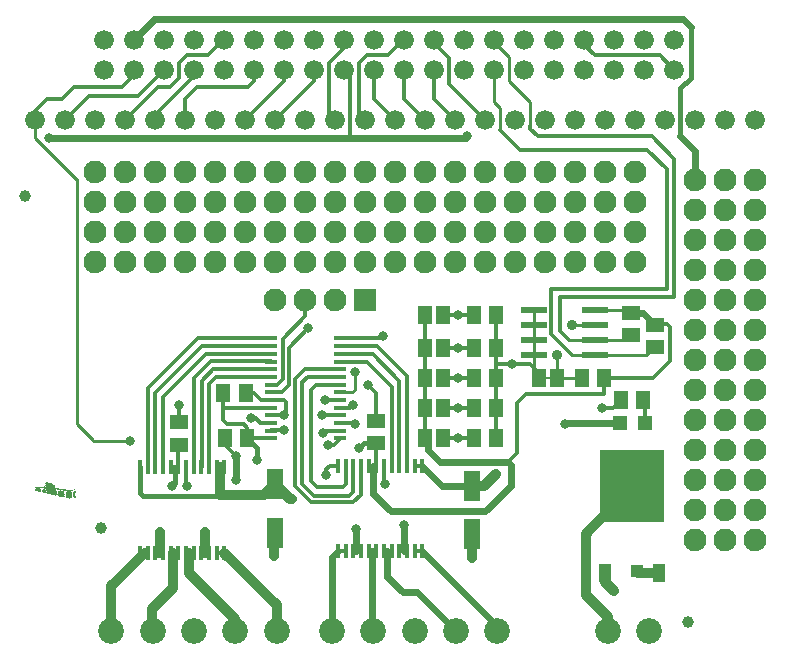
<source format=gbr>
G04 EAGLE Gerber RS-274X export*
G75*
%MOMM*%
%FSLAX34Y34*%
%LPD*%
%INTop Copper*%
%IPPOS*%
%AMOC8*
5,1,8,0,0,1.08239X$1,22.5*%
G01*
%ADD10C,1.676400*%
%ADD11R,2.200000X0.600000*%
%ADD12R,1.500000X1.300000*%
%ADD13R,1.300000X1.500000*%
%ADD14R,1.168400X1.600200*%
%ADD15R,0.635000X0.203200*%
%ADD16R,0.025400X0.025400*%
%ADD17R,0.228600X0.025400*%
%ADD18R,0.355600X0.025400*%
%ADD19R,0.050800X0.025400*%
%ADD20R,0.406400X0.025400*%
%ADD21R,0.127000X0.025400*%
%ADD22R,0.457200X0.025400*%
%ADD23R,0.152400X0.025400*%
%ADD24R,0.482600X0.025400*%
%ADD25R,0.279400X0.025400*%
%ADD26R,0.508000X0.025400*%
%ADD27R,0.177800X0.025400*%
%ADD28R,0.431800X0.025400*%
%ADD29R,0.533400X0.025400*%
%ADD30R,0.203200X0.025400*%
%ADD31R,0.584200X0.025400*%
%ADD32R,0.558800X0.025400*%
%ADD33R,0.304800X0.025400*%
%ADD34R,0.609600X0.025400*%
%ADD35R,0.381000X0.025400*%
%ADD36R,0.330200X0.025400*%
%ADD37R,0.101600X0.025400*%
%ADD38R,0.254000X0.025400*%
%ADD39R,0.076200X0.025400*%
%ADD40R,0.400000X1.250000*%
%ADD41C,2.184400*%
%ADD42R,1.400000X2.600000*%
%ADD43R,1.200000X1.200000*%
%ADD44R,5.400000X6.200000*%
%ADD45R,1.000000X1.600000*%
%ADD46R,0.990600X0.304800*%
%ADD47R,1.930400X1.930400*%
%ADD48C,1.930400*%
%ADD49C,1.000000*%
%ADD50C,0.609600*%
%ADD51C,0.406400*%
%ADD52C,0.304800*%
%ADD53C,0.254000*%
%ADD54C,0.800100*%
%ADD55C,0.812800*%
%ADD56C,0.906400*%
%ADD57R,1.006400X1.006400*%


D10*
X83700Y499600D03*
X83700Y525000D03*
X109100Y499600D03*
X109100Y525000D03*
X134500Y499600D03*
X134500Y525000D03*
X159900Y499600D03*
X159900Y525000D03*
X185300Y499600D03*
X185300Y525000D03*
X210700Y499600D03*
X210700Y525000D03*
X236100Y499600D03*
X236100Y525000D03*
X261500Y499600D03*
X261500Y525000D03*
X286900Y499600D03*
X286900Y525000D03*
X312300Y499600D03*
X312300Y525000D03*
X337700Y499600D03*
X337700Y525000D03*
X363100Y499600D03*
X363100Y525000D03*
X388500Y499600D03*
X388500Y525000D03*
X413900Y499600D03*
X413900Y525000D03*
X439300Y499600D03*
X439300Y525000D03*
X464700Y499600D03*
X464700Y525000D03*
X490100Y499600D03*
X490100Y525000D03*
X515500Y499600D03*
X515500Y525000D03*
X540900Y499600D03*
X540900Y525000D03*
X566300Y499600D03*
X566300Y525000D03*
X25400Y457200D03*
X50800Y457200D03*
X76200Y457200D03*
X101600Y457200D03*
X127000Y457200D03*
X152400Y457200D03*
X177800Y457200D03*
X203200Y457200D03*
X228600Y457200D03*
X254000Y457200D03*
X279400Y457200D03*
X304800Y457200D03*
X330200Y457200D03*
X355600Y457200D03*
X381000Y457200D03*
X406400Y457200D03*
X431800Y457200D03*
X457200Y457200D03*
X482600Y457200D03*
X508000Y457200D03*
X533400Y457200D03*
X558800Y457200D03*
X584200Y457200D03*
X609600Y457200D03*
X635000Y457200D03*
D11*
X447710Y283210D03*
X499710Y283210D03*
X447710Y295910D03*
X447710Y270510D03*
X447710Y257810D03*
X499710Y295910D03*
X499710Y270510D03*
X499710Y257810D03*
D12*
X549910Y264820D03*
X549910Y283820D03*
X529590Y274980D03*
X529590Y293980D03*
D13*
X488340Y238760D03*
X507340Y238760D03*
D14*
X452120Y238760D03*
X467360Y238760D03*
D15*
X459740Y238760D03*
D16*
X55118Y136398D03*
D17*
X54610Y136652D03*
D18*
X53975Y136906D03*
D19*
X59055Y136906D03*
D20*
X53975Y137160D03*
D21*
X58928Y137160D03*
D22*
X53975Y137414D03*
D23*
X58801Y137414D03*
X48895Y137668D03*
D24*
X54102Y137668D03*
D23*
X58801Y137668D03*
D25*
X48514Y137922D03*
D26*
X53975Y137922D03*
D27*
X58674Y137922D03*
D28*
X48006Y138176D03*
D29*
X54102Y138176D03*
D27*
X58674Y138176D03*
D29*
X47498Y138430D03*
X54102Y138430D03*
D30*
X58547Y138430D03*
D31*
X47498Y138684D03*
D29*
X54102Y138684D03*
D30*
X58547Y138684D03*
D19*
X42799Y138938D03*
D31*
X47498Y138938D03*
D32*
X53975Y138938D03*
D30*
X58547Y138938D03*
D27*
X42418Y139192D03*
D31*
X47498Y139192D03*
D32*
X53975Y139192D03*
D30*
X58547Y139192D03*
D33*
X42037Y139446D03*
D31*
X47498Y139446D03*
D32*
X53975Y139446D03*
D30*
X58547Y139446D03*
D28*
X41402Y139700D03*
D34*
X47371Y139700D03*
D29*
X54102Y139700D03*
D30*
X58547Y139700D03*
D32*
X41021Y139954D03*
D31*
X47498Y139954D03*
D29*
X54102Y139954D03*
D30*
X58547Y139954D03*
D31*
X40894Y140208D03*
X47498Y140208D03*
D26*
X53975Y140208D03*
D30*
X58547Y140208D03*
D19*
X36449Y140462D03*
D34*
X40767Y140462D03*
D31*
X47498Y140462D03*
D24*
X54102Y140462D03*
D30*
X58547Y140462D03*
D27*
X36068Y140716D03*
D24*
X41402Y140716D03*
D31*
X47498Y140716D03*
D22*
X53975Y140716D03*
D30*
X58547Y140716D03*
D17*
X35306Y140970D03*
D20*
X41783Y140970D03*
D29*
X47498Y140970D03*
D28*
X54102Y140970D03*
D27*
X58674Y140970D03*
X38100Y141224D03*
D25*
X34544Y141224D03*
D18*
X42037Y141224D03*
D29*
X47498Y141224D03*
D35*
X54102Y141224D03*
D27*
X58674Y141224D03*
D33*
X38227Y141478D03*
D36*
X33782Y141478D03*
X42164Y141478D03*
D24*
X47498Y141478D03*
D36*
X54102Y141478D03*
D23*
X58801Y141478D03*
D20*
X37973Y141732D03*
D35*
X33274Y141732D03*
D36*
X42164Y141732D03*
D28*
X47498Y141732D03*
D25*
X54102Y141732D03*
D23*
X58801Y141732D03*
D20*
X38227Y141986D03*
D19*
X30353Y141986D03*
D35*
X33274Y141986D03*
D23*
X42799Y141986D03*
D35*
X47498Y141986D03*
D27*
X54102Y141986D03*
D21*
X58928Y141986D03*
D20*
X37973Y142240D03*
D23*
X29845Y142240D03*
D18*
X33147Y142240D03*
D21*
X42926Y142240D03*
D36*
X47498Y142240D03*
D19*
X59055Y142240D03*
D22*
X37719Y142494D03*
D37*
X41275Y142494D03*
D38*
X29337Y142494D03*
D36*
X33020Y142494D03*
D39*
X42926Y142494D03*
D17*
X47498Y142494D03*
D24*
X37592Y142748D03*
D23*
X41275Y142748D03*
D18*
X28575Y142748D03*
D33*
X32893Y142748D03*
D16*
X42926Y142748D03*
D39*
X47498Y142748D03*
D22*
X37465Y143002D03*
D27*
X41402Y143002D03*
D28*
X53848Y143002D03*
D19*
X57785Y143002D03*
D22*
X28067Y143002D03*
D25*
X33020Y143002D03*
D22*
X37465Y143256D03*
D17*
X41402Y143256D03*
D31*
X51562Y143256D03*
D22*
X28067Y143256D03*
D38*
X33147Y143256D03*
D22*
X37211Y143510D03*
D17*
X41402Y143510D03*
D26*
X49149Y143510D03*
D16*
X58928Y143510D03*
D28*
X27940Y143510D03*
D17*
X33020Y143510D03*
D24*
X37084Y143764D03*
D38*
X41275Y143764D03*
D24*
X46990Y143764D03*
D20*
X28067Y143764D03*
D30*
X33147Y143764D03*
D24*
X36830Y144018D03*
D33*
X41275Y144018D03*
D20*
X45339Y144018D03*
D18*
X28067Y144018D03*
D23*
X33147Y144018D03*
D28*
X37084Y144272D03*
D33*
X41275Y144272D03*
D17*
X44450Y144272D03*
D33*
X28067Y144272D03*
D37*
X33401Y144272D03*
D28*
X36830Y144526D03*
D36*
X41148Y144526D03*
D19*
X43561Y144526D03*
D38*
X28067Y144526D03*
D19*
X33655Y144526D03*
D22*
X36703Y144780D03*
D18*
X41021Y144780D03*
D23*
X28067Y144780D03*
D22*
X36449Y145034D03*
D18*
X41021Y145034D03*
D16*
X26416Y145288D03*
X26924Y145288D03*
D30*
X32385Y145288D03*
D28*
X36322Y145288D03*
D35*
X40894Y145288D03*
D34*
X30353Y145542D03*
D35*
X36322Y145542D03*
X40640Y145542D03*
X36322Y145796D03*
D20*
X40513Y145796D03*
D35*
X36068Y146050D03*
D20*
X40513Y146050D03*
D18*
X35941Y146304D03*
D35*
X40132Y146304D03*
D16*
X42418Y146304D03*
X34036Y146558D03*
D36*
X36068Y146558D03*
D35*
X39878Y146558D03*
D33*
X35941Y146812D03*
D20*
X39751Y146812D03*
D33*
X35687Y147066D03*
D28*
X39624Y147066D03*
D25*
X35560Y147320D03*
D35*
X39116Y147320D03*
D16*
X41656Y147320D03*
D30*
X35687Y147574D03*
D20*
X38989Y147574D03*
D32*
X37465Y147828D03*
D16*
X40894Y147828D03*
D31*
X37338Y148082D03*
D26*
X36957Y148336D03*
D16*
X39878Y148336D03*
X34544Y148590D03*
D28*
X37084Y148590D03*
D16*
X39624Y148590D03*
D36*
X36576Y148844D03*
D19*
X38735Y148844D03*
D17*
X36068Y149098D03*
D19*
X37719Y149098D03*
D37*
X35433Y149352D03*
D39*
X36576Y149352D03*
D16*
X35306Y149606D03*
D19*
X36195Y149606D03*
D40*
X114110Y90750D03*
X120610Y90750D03*
X127110Y90750D03*
X133610Y90750D03*
X140110Y90750D03*
X146610Y90750D03*
X153110Y90750D03*
X159610Y90750D03*
X166110Y90750D03*
X172610Y90750D03*
X179110Y90750D03*
X185610Y90750D03*
X172610Y163250D03*
X166110Y163250D03*
X159610Y163250D03*
X153110Y163250D03*
X146610Y163250D03*
X140110Y163250D03*
X133610Y163250D03*
X127110Y163250D03*
X120610Y163250D03*
X114110Y163250D03*
X179110Y163250D03*
X185610Y163250D03*
X281750Y92020D03*
X288250Y92020D03*
X294750Y92020D03*
X301250Y92020D03*
X307750Y92020D03*
X314250Y92020D03*
X320750Y92020D03*
X327250Y92020D03*
X333750Y92020D03*
X340250Y92020D03*
X346750Y92020D03*
X353250Y92020D03*
X340250Y164520D03*
X333750Y164520D03*
X327250Y164520D03*
X320750Y164520D03*
X314250Y164520D03*
X307750Y164520D03*
X301250Y164520D03*
X294750Y164520D03*
X288250Y164520D03*
X281750Y164520D03*
X346750Y164520D03*
X353250Y164520D03*
D41*
X160020Y24130D03*
X125020Y24130D03*
X195020Y24130D03*
X230020Y24130D03*
X90020Y24130D03*
D13*
X415900Y187960D03*
X396900Y187960D03*
X415900Y213360D03*
X396900Y213360D03*
X415900Y238760D03*
X396900Y238760D03*
D41*
X545050Y24130D03*
X510050Y24130D03*
D14*
X355600Y187960D03*
X370840Y187960D03*
X355600Y213360D03*
X370840Y213360D03*
X355600Y238760D03*
X370840Y238760D03*
D13*
X205080Y187960D03*
X186080Y187960D03*
X184810Y226060D03*
X203810Y226060D03*
D42*
X394970Y106500D03*
X394970Y147500D03*
X228600Y107770D03*
X228600Y148770D03*
D43*
X541360Y200660D03*
X520360Y200660D03*
D13*
X521360Y219710D03*
X540360Y219710D03*
D44*
X530860Y146920D03*
D45*
X508060Y73920D03*
X553660Y73920D03*
D46*
X283178Y187620D03*
X283178Y194120D03*
X283178Y200620D03*
X283178Y207120D03*
X283178Y213620D03*
X283178Y220120D03*
X283178Y226620D03*
X283178Y233120D03*
X224822Y233120D03*
X224822Y226620D03*
X224822Y220120D03*
X224822Y213620D03*
X224822Y207120D03*
X224822Y200620D03*
X224822Y194120D03*
X224822Y187620D03*
X283178Y239620D03*
X283178Y246120D03*
X224822Y239620D03*
X224822Y246120D03*
X283178Y252620D03*
X283178Y259120D03*
X283178Y265620D03*
X283178Y272120D03*
X224822Y272120D03*
X224822Y265620D03*
X224822Y259120D03*
X224822Y252620D03*
D14*
X370840Y264160D03*
X355600Y264160D03*
X370840Y292100D03*
X355600Y292100D03*
D13*
X415900Y264160D03*
X396900Y264160D03*
X415900Y292100D03*
X396900Y292100D03*
D47*
X304800Y304800D03*
D48*
X279400Y304800D03*
X254000Y304800D03*
X228600Y304800D03*
D12*
X313690Y183540D03*
X313690Y202540D03*
X147320Y182270D03*
X147320Y201270D03*
D41*
X346710Y24130D03*
X311710Y24130D03*
X381710Y24130D03*
X416710Y24130D03*
X276710Y24130D03*
D49*
X16510Y392430D03*
X577850Y31750D03*
X81280Y111760D03*
D48*
X584200Y406400D03*
X584200Y381000D03*
X584200Y355600D03*
X584200Y330200D03*
X584200Y279400D03*
X584200Y304800D03*
X584200Y254000D03*
X584200Y228600D03*
X584200Y203200D03*
X584200Y177800D03*
X584200Y152400D03*
X584200Y127000D03*
X584200Y101600D03*
D50*
X126390Y542290D02*
X109100Y525000D01*
X126390Y542290D02*
X574040Y542290D01*
X580390Y535940D01*
D51*
X580390Y492760D01*
X571500Y483870D01*
X571500Y443230D01*
D50*
X584200Y430530D01*
X584200Y406400D01*
D52*
X25400Y457200D02*
X25400Y464820D01*
X35560Y474980D01*
X48260Y474980D01*
X58420Y485140D01*
X99060Y485140D01*
X109100Y495180D01*
X109100Y499600D01*
D53*
X25400Y441960D02*
X60216Y407144D01*
X25400Y441960D02*
X25400Y457200D01*
D52*
X225012Y194310D02*
X224822Y194120D01*
X225012Y194310D02*
X236220Y194310D01*
D54*
X236220Y194310D03*
D53*
X60960Y405348D02*
X60958Y405448D01*
X60952Y405547D01*
X60942Y405647D01*
X60929Y405745D01*
X60911Y405844D01*
X60890Y405941D01*
X60865Y406037D01*
X60836Y406133D01*
X60803Y406227D01*
X60767Y406320D01*
X60727Y406411D01*
X60683Y406501D01*
X60636Y406589D01*
X60586Y406675D01*
X60532Y406759D01*
X60475Y406841D01*
X60415Y406920D01*
X60351Y406998D01*
X60285Y407072D01*
X60216Y407144D01*
X60960Y405348D02*
X60960Y199390D01*
X74186Y186164D01*
X74258Y186095D01*
X74332Y186029D01*
X74410Y185965D01*
X74489Y185905D01*
X74571Y185848D01*
X74655Y185794D01*
X74741Y185744D01*
X74829Y185697D01*
X74919Y185653D01*
X75010Y185613D01*
X75103Y185577D01*
X75197Y185544D01*
X75293Y185515D01*
X75389Y185490D01*
X75486Y185469D01*
X75585Y185451D01*
X75683Y185438D01*
X75783Y185428D01*
X75882Y185422D01*
X75982Y185420D01*
X105410Y185420D01*
D54*
X105410Y185420D03*
D52*
X50800Y457200D02*
X71120Y477520D01*
X112420Y477520D01*
X134500Y499600D01*
X215940Y200620D02*
X224822Y200620D01*
X215940Y200620D02*
X212090Y204470D01*
X208280Y204470D01*
D54*
X208280Y204470D03*
D52*
X159900Y495180D02*
X159900Y499600D01*
D53*
X159900Y495180D02*
X127000Y462280D01*
X127000Y457200D01*
D52*
X152400Y457200D02*
X152400Y474980D01*
X162560Y485140D01*
X205740Y485140D01*
X210700Y490100D01*
X210700Y499600D01*
X236100Y490100D02*
X203200Y457200D01*
X236100Y490100D02*
X236100Y499600D01*
X261500Y490100D02*
X228600Y457200D01*
X261500Y490100D02*
X261500Y499600D01*
X312300Y475100D02*
X330200Y457200D01*
X312300Y475100D02*
X312300Y499600D01*
X337700Y475100D02*
X355600Y457200D01*
X337700Y475100D02*
X337700Y499600D01*
X363100Y475100D02*
X381000Y457200D01*
X363100Y475100D02*
X363100Y499600D01*
X292100Y494400D02*
X286900Y499600D01*
X292100Y494400D02*
X292100Y443230D01*
D54*
X36830Y441960D03*
D50*
X292100Y441960D02*
X389890Y441960D01*
X292100Y441960D02*
X36830Y441960D01*
D53*
X499710Y295910D02*
X527660Y295910D01*
X529590Y293980D01*
D48*
X609600Y101600D03*
X609600Y127000D03*
X609600Y152400D03*
X609600Y177800D03*
X609600Y203200D03*
X609600Y228600D03*
X609600Y254000D03*
X609600Y279400D03*
X609600Y304800D03*
X609600Y330200D03*
X609600Y355600D03*
X609600Y381000D03*
X609600Y406400D03*
D50*
X533095Y297485D02*
X529590Y293980D01*
X539750Y293980D02*
X549910Y283820D01*
X539750Y293980D02*
X536600Y293980D01*
X533095Y297485D01*
D52*
X355600Y292100D02*
X355600Y264160D01*
X355600Y238760D01*
X355600Y213360D02*
X355600Y187960D01*
X355600Y213360D02*
X355600Y238760D01*
X314250Y164520D02*
X311272Y164520D01*
X307750Y164520D01*
X314250Y164520D02*
X314250Y182980D01*
X313690Y183540D01*
X146610Y163250D02*
X143579Y163250D01*
X140110Y163250D01*
X146610Y181560D02*
X147320Y182270D01*
X146610Y181560D02*
X146610Y163250D01*
X185160Y213620D02*
X224822Y213620D01*
X185160Y213620D02*
X184150Y214630D01*
X184150Y225400D01*
X184810Y226060D01*
D50*
X311272Y164520D02*
X311272Y140848D01*
X326390Y125730D01*
X406400Y125730D01*
X427990Y147320D01*
X427990Y165100D01*
X425450Y167640D01*
X368300Y167640D01*
X353060Y185420D02*
X355600Y187960D01*
D52*
X205420Y187620D02*
X205080Y187960D01*
X205420Y187620D02*
X224822Y187620D01*
X184150Y203200D02*
X184150Y214630D01*
X184150Y203200D02*
X187960Y199390D01*
X201930Y199390D01*
X205080Y196240D01*
X205080Y187960D01*
D51*
X143579Y163250D02*
X143579Y149929D01*
X140970Y147320D01*
D54*
X140970Y147320D03*
X213360Y168910D03*
D51*
X213360Y179680D01*
X205080Y187960D01*
D54*
X299720Y179070D03*
D51*
X304190Y183540D01*
X313690Y183540D01*
D52*
X549910Y283820D02*
X550570Y284480D01*
X560070Y284480D01*
X562610Y281940D01*
X562610Y252730D01*
X548640Y238760D01*
X507340Y238760D01*
X433070Y175260D02*
X425450Y167640D01*
X433070Y175260D02*
X433070Y217170D01*
X440690Y224790D01*
X506730Y224790D01*
X507340Y225400D01*
X507340Y238760D01*
D54*
X391160Y443230D03*
D50*
X389890Y441960D01*
D53*
X292100Y441960D02*
X292100Y443230D01*
D50*
X358140Y177800D02*
X368300Y167640D01*
X358140Y177800D02*
X358140Y185420D01*
X355600Y187960D01*
D52*
X490100Y520820D02*
X490100Y525000D01*
X490100Y520820D02*
X499110Y511810D01*
X554090Y511810D01*
X566300Y499600D01*
D53*
X447710Y257810D02*
X447710Y246980D01*
X447710Y257810D02*
X447710Y270510D01*
X447710Y283210D01*
X447710Y295910D01*
D48*
X635000Y101600D03*
X635000Y127000D03*
X635000Y152400D03*
X635000Y177800D03*
X635000Y203200D03*
X635000Y228600D03*
X635000Y254000D03*
X635000Y279400D03*
X635000Y304800D03*
X635000Y330200D03*
X635000Y355600D03*
X635000Y381000D03*
X635000Y406400D03*
D52*
X301250Y92020D02*
X297097Y92020D01*
X294750Y92020D01*
X333750Y92020D02*
X337588Y92020D01*
X340250Y92020D01*
D55*
X508060Y73920D02*
X508060Y65980D01*
X515620Y58420D01*
D54*
X515620Y58420D03*
D50*
X297097Y92020D02*
X297097Y92793D01*
D54*
X297180Y110490D03*
X337820Y114300D03*
D52*
X415900Y187960D02*
X415900Y213360D01*
X415900Y238760D01*
X415900Y250190D01*
X415900Y264160D01*
X415900Y292100D01*
D54*
X429260Y250190D03*
X321310Y148590D03*
D52*
X317840Y272120D02*
X283178Y272120D01*
X317840Y272120D02*
X320040Y274320D01*
D54*
X320040Y274320D03*
D52*
X313690Y226060D02*
X313690Y202540D01*
X313690Y226060D02*
X307340Y232410D01*
D54*
X307340Y232410D03*
X505460Y213360D03*
D52*
X169543Y90750D02*
X166110Y90750D01*
X169543Y90750D02*
X172610Y90750D01*
X130601Y90750D02*
X127110Y90750D01*
X130601Y90750D02*
X133610Y90750D01*
D55*
X130810Y90959D02*
X130601Y90750D01*
X130810Y90959D02*
X130810Y107950D01*
D54*
X130810Y107950D03*
D55*
X168910Y91383D02*
X169543Y90750D01*
X168910Y91383D02*
X168910Y107950D01*
D54*
X168910Y107950D03*
D55*
X227330Y106500D02*
X228600Y107770D01*
X227330Y106500D02*
X227330Y87630D01*
D54*
X227330Y87630D03*
D55*
X394970Y86360D02*
X394970Y106500D01*
D54*
X394970Y86360D03*
D52*
X147320Y201270D02*
X147320Y215900D01*
D54*
X147320Y215900D03*
D52*
X153110Y163250D02*
X153110Y147320D01*
X153670Y147320D01*
D54*
X153670Y147320D03*
D52*
X224822Y220120D02*
X235810Y220120D01*
X237490Y218440D01*
X236330Y207120D02*
X224822Y207120D01*
X236330Y207120D02*
X237490Y208280D01*
X237490Y218440D01*
X210820Y226060D02*
X203810Y226060D01*
X210820Y226060D02*
X216760Y220120D01*
X224822Y220120D01*
D54*
X195580Y172720D03*
X236330Y207120D03*
D52*
X444500Y250190D02*
X447710Y246980D01*
X444500Y250190D02*
X429260Y250190D01*
D54*
X195580Y152400D03*
D50*
X195580Y172720D01*
D52*
X186080Y182220D02*
X186080Y187960D01*
X186080Y182220D02*
X195580Y172720D01*
X515010Y213360D02*
X521360Y219710D01*
X515010Y213360D02*
X505460Y213360D01*
X429260Y250190D02*
X415900Y250190D01*
X447710Y246980D02*
X452120Y242570D01*
X452120Y238760D01*
D50*
X297180Y92875D02*
X297097Y92793D01*
X297180Y92875D02*
X297180Y110490D01*
X337588Y92020D02*
X337820Y92252D01*
X337820Y114300D01*
D52*
X320750Y149150D02*
X320750Y164520D01*
X320750Y149150D02*
X321310Y148590D01*
X101600Y457200D02*
X129540Y485140D01*
X139700Y485140D01*
X147320Y492760D01*
X147320Y505460D01*
X153670Y511810D01*
X171450Y511810D01*
X184640Y525000D01*
X185300Y525000D01*
X274320Y462280D02*
X279400Y457200D01*
X274320Y462280D02*
X274320Y505460D01*
X286900Y518040D01*
X286900Y525000D01*
X299720Y462280D02*
X304800Y457200D01*
X299720Y462280D02*
X299720Y505460D01*
X306070Y511810D01*
X323850Y511810D01*
X337040Y525000D01*
X337700Y525000D01*
X375920Y487680D02*
X406400Y457200D01*
X375920Y487680D02*
X375920Y509270D01*
X363100Y522090D01*
X363100Y525000D01*
D53*
X499710Y270510D02*
X525120Y270510D01*
X529590Y274980D01*
X499710Y270510D02*
X477520Y270510D01*
X469900Y278130D01*
X444500Y452120D02*
X444500Y472440D01*
X426720Y490220D01*
X426720Y510540D01*
X413900Y523360D01*
X413900Y525000D01*
D52*
X469900Y307340D02*
X469900Y278130D01*
X469900Y307340D02*
X566420Y307340D01*
X566420Y424180D01*
X547370Y443230D01*
X450850Y443230D01*
X444500Y449580D01*
X444500Y452120D01*
D53*
X499710Y257810D02*
X542900Y257810D01*
X549910Y264820D01*
X499710Y257810D02*
X480060Y257810D01*
X462280Y275590D01*
X419100Y448310D02*
X419100Y467360D01*
X413900Y472560D01*
X413900Y499600D01*
D52*
X462280Y313690D02*
X462280Y275590D01*
X462280Y313690D02*
X560070Y313690D01*
X560070Y415290D01*
X543560Y431800D01*
X435610Y431800D01*
X419100Y448310D01*
D53*
X467360Y238760D02*
X488340Y238760D01*
X480060Y283210D02*
X499710Y283210D01*
D56*
X480060Y283210D03*
X467360Y257810D03*
D53*
X467360Y238760D01*
D55*
X535680Y73920D02*
X553660Y73920D01*
D50*
X535680Y73920D02*
X534670Y74930D01*
D57*
X534670Y74930D03*
D54*
X415290Y157480D03*
D55*
X405310Y147500D01*
X394970Y147500D01*
D54*
X473710Y199390D03*
D50*
X474980Y200660D01*
X520360Y200660D01*
D52*
X353250Y164520D02*
X346750Y164520D01*
X281750Y164520D02*
X274900Y164520D01*
X271780Y161400D01*
X271780Y156210D01*
D54*
X271780Y156210D03*
D50*
X228600Y148770D02*
X228600Y147320D01*
D54*
X242570Y135890D03*
D52*
X185610Y163250D02*
X182283Y163250D01*
X179110Y163250D01*
D51*
X114110Y163250D02*
X114110Y141160D01*
X116840Y138430D01*
X179070Y138430D01*
D50*
X370270Y147500D02*
X394970Y147500D01*
X370270Y147500D02*
X353250Y164520D01*
D55*
X228600Y148770D02*
X219530Y139700D01*
X182283Y139700D01*
X182283Y163250D01*
X241480Y135890D02*
X242570Y135890D01*
X241480Y135890D02*
X228600Y148770D01*
D52*
X181013Y138430D02*
X179070Y138430D01*
X181013Y138430D02*
X182283Y139700D01*
X120610Y90750D02*
X118111Y90750D01*
X114110Y90750D01*
D55*
X118111Y90750D02*
X90020Y62659D01*
X90020Y24130D01*
D52*
X140110Y90750D02*
X142357Y90750D01*
X146610Y90750D01*
D55*
X142357Y90750D02*
X142357Y61077D01*
X124460Y43180D01*
X124460Y24690D01*
X125020Y24130D01*
D52*
X155399Y90750D02*
X159610Y90750D01*
X155399Y90750D02*
X153110Y90750D01*
D55*
X155399Y90750D02*
X155399Y73201D01*
X194310Y34290D01*
X194310Y24840D01*
X195020Y24130D01*
D52*
X185610Y90750D02*
X179110Y90750D01*
D55*
X185610Y90750D02*
X230020Y46340D01*
X230020Y24130D01*
D52*
X281750Y92020D02*
X288250Y92020D01*
D50*
X281750Y92020D02*
X276710Y86980D01*
X276710Y24130D01*
D52*
X307750Y92020D02*
X310854Y92020D01*
X314250Y92020D01*
D50*
X310854Y92020D02*
X310854Y24986D01*
X311710Y24130D01*
D52*
X323553Y92020D02*
X327250Y92020D01*
X323553Y92020D02*
X320750Y92020D01*
D50*
X323553Y92020D02*
X323553Y70147D01*
X336550Y57150D01*
X348690Y57150D01*
X381710Y24130D01*
D52*
X353250Y92020D02*
X346750Y92020D01*
D50*
X353250Y92020D02*
X416710Y28560D01*
X416710Y24130D01*
D52*
X541360Y200660D02*
X541360Y218710D01*
X540360Y219710D01*
X283178Y220120D02*
X270920Y220120D01*
X270510Y219710D01*
D54*
X270510Y219710D03*
D53*
X283178Y226620D02*
X293930Y226620D01*
X295910Y228600D01*
X295910Y243840D01*
D54*
X295910Y243840D03*
D52*
X288250Y164520D02*
X288250Y148550D01*
X285750Y146050D01*
X264160Y146050D01*
X259080Y151130D01*
X259080Y228600D01*
X263600Y233120D01*
X283178Y233120D01*
X283178Y239620D02*
X256130Y239620D01*
X251460Y234950D01*
X251460Y148590D01*
X261620Y138430D01*
X290830Y138430D01*
X294640Y142240D01*
X294640Y164410D01*
X294750Y164520D01*
X283178Y246120D02*
X253740Y246120D01*
X245110Y237490D01*
X245110Y147320D01*
X259080Y133350D01*
X294640Y133350D01*
X300990Y139700D01*
X300990Y164260D01*
X301250Y164520D01*
X306180Y252620D02*
X283178Y252620D01*
X306180Y252620D02*
X327660Y231140D01*
X327660Y164930D01*
X327250Y164520D01*
X311110Y259120D02*
X283178Y259120D01*
X311110Y259120D02*
X333750Y236480D01*
X333750Y164520D01*
X314770Y265620D02*
X283178Y265620D01*
X314770Y265620D02*
X340250Y240140D01*
X340250Y164520D01*
X224822Y272120D02*
X162900Y272120D01*
X120650Y229870D01*
X120650Y163290D01*
X120610Y163250D01*
X166560Y265620D02*
X224822Y265620D01*
X166560Y265620D02*
X127000Y226060D01*
X127000Y163360D01*
X127110Y163250D01*
X170220Y259120D02*
X224822Y259120D01*
X170220Y259120D02*
X133350Y222250D01*
X133350Y163510D01*
X133610Y163250D01*
X159610Y163250D02*
X159610Y238350D01*
X173990Y252730D01*
X224712Y252730D01*
X224822Y252620D01*
X224822Y246120D02*
X176270Y246120D01*
X166370Y236220D01*
X166370Y163510D01*
X166110Y163250D01*
X172610Y163250D02*
X172610Y233570D01*
X178660Y239620D01*
X224822Y239620D01*
X224822Y233120D02*
X230580Y233120D01*
X234950Y237490D01*
X234950Y271780D01*
X254000Y290830D01*
X254000Y304800D01*
X234240Y226620D02*
X224822Y226620D01*
X234240Y226620D02*
X240030Y232410D01*
X240030Y264160D01*
X256540Y280670D01*
D54*
X256540Y280670D03*
D52*
X370840Y187960D02*
X383540Y187960D01*
X396900Y187960D01*
X278438Y181610D02*
X278130Y181610D01*
D54*
X273050Y181610D03*
D52*
X278130Y181610D01*
D54*
X383540Y187960D03*
D52*
X283178Y187620D02*
X283178Y186658D01*
X278130Y181610D01*
X370840Y213360D02*
X383540Y213360D01*
X396900Y213360D01*
X283178Y194120D02*
X271590Y194120D01*
X269240Y191770D01*
D54*
X269240Y191770D03*
X383540Y213360D03*
D52*
X383540Y238760D02*
X370840Y238760D01*
X383540Y238760D02*
X396900Y238760D01*
X294680Y200620D02*
X283178Y200620D01*
X294680Y200620D02*
X295910Y199390D01*
D54*
X295910Y199390D03*
X383540Y238760D03*
D52*
X383540Y264160D02*
X370840Y264160D01*
X383540Y264160D02*
X396900Y264160D01*
X283178Y207120D02*
X268080Y207120D01*
X267970Y207010D01*
D54*
X267970Y207010D03*
X383540Y264160D03*
D52*
X383540Y292100D02*
X370840Y292100D01*
X383540Y292100D02*
X396900Y292100D01*
X292360Y213620D02*
X283178Y213620D01*
X292360Y213620D02*
X294640Y215900D01*
D54*
X294640Y215900D03*
X383540Y292100D03*
D55*
X510050Y36050D02*
X510050Y24130D01*
X510050Y36050D02*
X491490Y54610D01*
X491490Y106680D01*
X525780Y140970D01*
D50*
X525780Y141840D01*
X530860Y146920D01*
D48*
X533400Y412750D03*
X533400Y387350D03*
X533400Y361950D03*
X533400Y336550D03*
X508000Y412750D03*
X508000Y387350D03*
X508000Y361950D03*
X508000Y336550D03*
X482600Y336550D03*
X482600Y361950D03*
X482600Y387350D03*
X482600Y412750D03*
X457200Y412750D03*
X457200Y387350D03*
X457200Y361950D03*
X457200Y336550D03*
X431800Y336550D03*
X431800Y361950D03*
X431800Y387350D03*
X431800Y412750D03*
X406400Y412750D03*
X406400Y387350D03*
X406400Y361950D03*
X406400Y336550D03*
X381000Y336550D03*
X381000Y361950D03*
X381000Y387350D03*
X381000Y412750D03*
X355600Y412750D03*
X355600Y387350D03*
X355600Y361950D03*
X355600Y336550D03*
X330200Y336550D03*
X330200Y361950D03*
X330200Y387350D03*
X330200Y412750D03*
X304800Y412750D03*
X304800Y387350D03*
X304800Y361950D03*
X304800Y336550D03*
X279400Y336550D03*
X279400Y361950D03*
X279400Y387350D03*
X279400Y412750D03*
X254000Y412750D03*
X254000Y387350D03*
X254000Y361950D03*
X254000Y336550D03*
X228600Y336550D03*
X228600Y361950D03*
X228600Y387350D03*
X228600Y412750D03*
X203200Y412750D03*
X203200Y387350D03*
X203200Y361950D03*
X203200Y336550D03*
X177800Y336550D03*
X177800Y361950D03*
X177800Y387350D03*
X177800Y412750D03*
X152400Y412750D03*
X152400Y387350D03*
X152400Y361950D03*
X152400Y336550D03*
X127000Y336550D03*
X127000Y361950D03*
X127000Y387350D03*
X127000Y412750D03*
X101600Y412750D03*
X101600Y387350D03*
X101600Y361950D03*
X101600Y336550D03*
X76200Y336550D03*
X76200Y361950D03*
X76200Y387350D03*
X76200Y412750D03*
M02*

</source>
